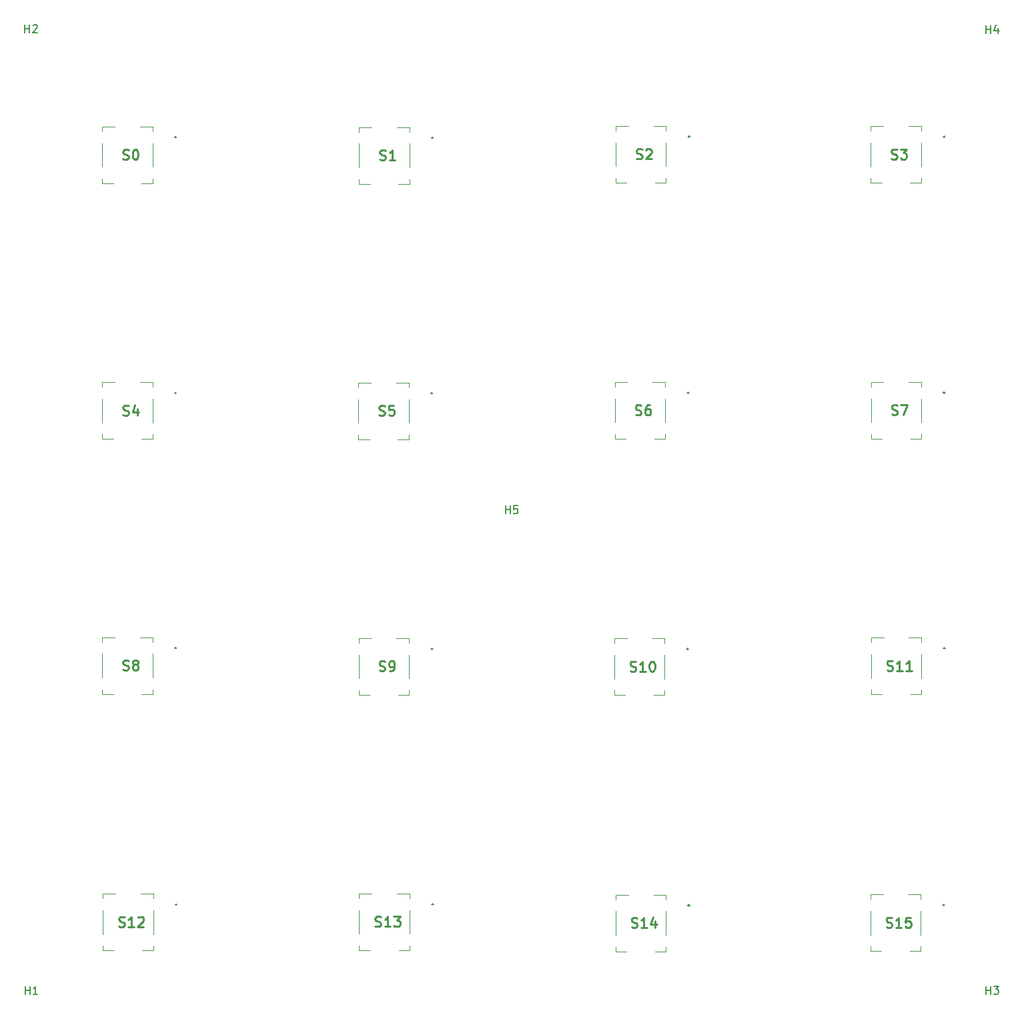
<source format=gto>
G04 #@! TF.GenerationSoftware,KiCad,Pcbnew,5.1.10*
G04 #@! TF.CreationDate,2021-05-13T00:12:51+02:00*
G04 #@! TF.ProjectId,btn-matrix,62746e2d-6d61-4747-9269-782e6b696361,rev?*
G04 #@! TF.SameCoordinates,Original*
G04 #@! TF.FileFunction,Legend,Top*
G04 #@! TF.FilePolarity,Positive*
%FSLAX46Y46*%
G04 Gerber Fmt 4.6, Leading zero omitted, Abs format (unit mm)*
G04 Created by KiCad (PCBNEW 5.1.10) date 2021-05-13 00:12:51*
%MOMM*%
%LPD*%
G01*
G04 APERTURE LIST*
%ADD10C,0.100000*%
%ADD11C,0.200000*%
%ADD12C,0.150000*%
%ADD13C,0.254000*%
%ADD14C,0.800000*%
%ADD15C,5.400000*%
%ADD16R,2.400000X1.000000*%
%ADD17R,0.800000X2.400000*%
G04 APERTURE END LIST*
D10*
X40441980Y-38781960D02*
X40441980Y-41781960D01*
X46841980Y-38781960D02*
X46841980Y-41781960D01*
X45241980Y-36681960D02*
X46841980Y-36681960D01*
X46841980Y-36681960D02*
X46841980Y-37281960D01*
X40441980Y-43281960D02*
X40441980Y-43881960D01*
X40441980Y-43881960D02*
X41841980Y-43881960D01*
X42041980Y-36681960D02*
X40441980Y-36681960D01*
X40441980Y-36681960D02*
X40441980Y-37281960D01*
X46841980Y-43481960D02*
X46841980Y-43881960D01*
X46841980Y-43881960D02*
X45441980Y-43881960D01*
X46841980Y-43481960D02*
X46841980Y-43281960D01*
D11*
X49641980Y-38031960D02*
X49641980Y-38031960D01*
X49841980Y-38031960D02*
X49841980Y-38031960D01*
X49841980Y-38031960D02*
G75*
G02*
X49641980Y-38031960I-100000J0D01*
G01*
X49641980Y-38031960D02*
G75*
G02*
X49841980Y-38031960I100000J0D01*
G01*
X49924780Y-135450780D02*
X49924780Y-135450780D01*
X49724780Y-135450780D02*
X49724780Y-135450780D01*
D10*
X46924780Y-140900780D02*
X46924780Y-140700780D01*
X46924780Y-141300780D02*
X45524780Y-141300780D01*
X46924780Y-140900780D02*
X46924780Y-141300780D01*
X40524780Y-134100780D02*
X40524780Y-134700780D01*
X42124780Y-134100780D02*
X40524780Y-134100780D01*
X40524780Y-141300780D02*
X41924780Y-141300780D01*
X40524780Y-140700780D02*
X40524780Y-141300780D01*
X46924780Y-134100780D02*
X46924780Y-134700780D01*
X45324780Y-134100780D02*
X46924780Y-134100780D01*
X46924780Y-136200780D02*
X46924780Y-139200780D01*
X40524780Y-136200780D02*
X40524780Y-139200780D01*
D11*
X49724780Y-135450780D02*
G75*
G02*
X49924780Y-135450780I100000J0D01*
G01*
X49924780Y-135450780D02*
G75*
G02*
X49724780Y-135450780I-100000J0D01*
G01*
X49855220Y-102868620D02*
X49855220Y-102868620D01*
X49655220Y-102868620D02*
X49655220Y-102868620D01*
D10*
X46855220Y-108318620D02*
X46855220Y-108118620D01*
X46855220Y-108718620D02*
X45455220Y-108718620D01*
X46855220Y-108318620D02*
X46855220Y-108718620D01*
X40455220Y-101518620D02*
X40455220Y-102118620D01*
X42055220Y-101518620D02*
X40455220Y-101518620D01*
X40455220Y-108718620D02*
X41855220Y-108718620D01*
X40455220Y-108118620D02*
X40455220Y-108718620D01*
X46855220Y-101518620D02*
X46855220Y-102118620D01*
X45255220Y-101518620D02*
X46855220Y-101518620D01*
X46855220Y-103618620D02*
X46855220Y-106618620D01*
X40455220Y-103618620D02*
X40455220Y-106618620D01*
D11*
X49655220Y-102868620D02*
G75*
G02*
X49855220Y-102868620I100000J0D01*
G01*
X49855220Y-102868620D02*
G75*
G02*
X49655220Y-102868620I-100000J0D01*
G01*
X49851980Y-70511960D02*
X49851980Y-70511960D01*
X49651980Y-70511960D02*
X49651980Y-70511960D01*
D10*
X46851980Y-75961960D02*
X46851980Y-75761960D01*
X46851980Y-76361960D02*
X45451980Y-76361960D01*
X46851980Y-75961960D02*
X46851980Y-76361960D01*
X40451980Y-69161960D02*
X40451980Y-69761960D01*
X42051980Y-69161960D02*
X40451980Y-69161960D01*
X40451980Y-76361960D02*
X41851980Y-76361960D01*
X40451980Y-75761960D02*
X40451980Y-76361960D01*
X46851980Y-69161960D02*
X46851980Y-69761960D01*
X45251980Y-69161960D02*
X46851980Y-69161960D01*
X46851980Y-71261960D02*
X46851980Y-74261960D01*
X40451980Y-71261960D02*
X40451980Y-74261960D01*
D11*
X49651980Y-70511960D02*
G75*
G02*
X49851980Y-70511960I100000J0D01*
G01*
X49851980Y-70511960D02*
G75*
G02*
X49651980Y-70511960I-100000J0D01*
G01*
D10*
X73064780Y-136160780D02*
X73064780Y-139160780D01*
X79464780Y-136160780D02*
X79464780Y-139160780D01*
X77864780Y-134060780D02*
X79464780Y-134060780D01*
X79464780Y-134060780D02*
X79464780Y-134660780D01*
X73064780Y-140660780D02*
X73064780Y-141260780D01*
X73064780Y-141260780D02*
X74464780Y-141260780D01*
X74664780Y-134060780D02*
X73064780Y-134060780D01*
X73064780Y-134060780D02*
X73064780Y-134660780D01*
X79464780Y-140860780D02*
X79464780Y-141260780D01*
X79464780Y-141260780D02*
X78064780Y-141260780D01*
X79464780Y-140860780D02*
X79464780Y-140660780D01*
D11*
X82264780Y-135410780D02*
X82264780Y-135410780D01*
X82464780Y-135410780D02*
X82464780Y-135410780D01*
X82464780Y-135410780D02*
G75*
G02*
X82264780Y-135410780I-100000J0D01*
G01*
X82264780Y-135410780D02*
G75*
G02*
X82464780Y-135410780I100000J0D01*
G01*
X82385220Y-102978620D02*
X82385220Y-102978620D01*
X82185220Y-102978620D02*
X82185220Y-102978620D01*
D10*
X79385220Y-108428620D02*
X79385220Y-108228620D01*
X79385220Y-108828620D02*
X77985220Y-108828620D01*
X79385220Y-108428620D02*
X79385220Y-108828620D01*
X72985220Y-101628620D02*
X72985220Y-102228620D01*
X74585220Y-101628620D02*
X72985220Y-101628620D01*
X72985220Y-108828620D02*
X74385220Y-108828620D01*
X72985220Y-108228620D02*
X72985220Y-108828620D01*
X79385220Y-101628620D02*
X79385220Y-102228620D01*
X77785220Y-101628620D02*
X79385220Y-101628620D01*
X79385220Y-103728620D02*
X79385220Y-106728620D01*
X72985220Y-103728620D02*
X72985220Y-106728620D01*
D11*
X82185220Y-102978620D02*
G75*
G02*
X82385220Y-102978620I100000J0D01*
G01*
X82385220Y-102978620D02*
G75*
G02*
X82185220Y-102978620I-100000J0D01*
G01*
D10*
X72951980Y-71286960D02*
X72951980Y-74286960D01*
X79351980Y-71286960D02*
X79351980Y-74286960D01*
X77751980Y-69186960D02*
X79351980Y-69186960D01*
X79351980Y-69186960D02*
X79351980Y-69786960D01*
X72951980Y-75786960D02*
X72951980Y-76386960D01*
X72951980Y-76386960D02*
X74351980Y-76386960D01*
X74551980Y-69186960D02*
X72951980Y-69186960D01*
X72951980Y-69186960D02*
X72951980Y-69786960D01*
X79351980Y-75986960D02*
X79351980Y-76386960D01*
X79351980Y-76386960D02*
X77951980Y-76386960D01*
X79351980Y-75986960D02*
X79351980Y-75786960D01*
D11*
X82151980Y-70536960D02*
X82151980Y-70536960D01*
X82351980Y-70536960D02*
X82351980Y-70536960D01*
X82351980Y-70536960D02*
G75*
G02*
X82151980Y-70536960I-100000J0D01*
G01*
X82151980Y-70536960D02*
G75*
G02*
X82351980Y-70536960I100000J0D01*
G01*
D10*
X73051980Y-38851960D02*
X73051980Y-41851960D01*
X79451980Y-38851960D02*
X79451980Y-41851960D01*
X77851980Y-36751960D02*
X79451980Y-36751960D01*
X79451980Y-36751960D02*
X79451980Y-37351960D01*
X73051980Y-43351960D02*
X73051980Y-43951960D01*
X73051980Y-43951960D02*
X74451980Y-43951960D01*
X74651980Y-36751960D02*
X73051980Y-36751960D01*
X73051980Y-36751960D02*
X73051980Y-37351960D01*
X79451980Y-43551960D02*
X79451980Y-43951960D01*
X79451980Y-43951960D02*
X78051980Y-43951960D01*
X79451980Y-43551960D02*
X79451980Y-43351960D01*
D11*
X82251980Y-38101960D02*
X82251980Y-38101960D01*
X82451980Y-38101960D02*
X82451980Y-38101960D01*
X82451980Y-38101960D02*
G75*
G02*
X82251980Y-38101960I-100000J0D01*
G01*
X82251980Y-38101960D02*
G75*
G02*
X82451980Y-38101960I100000J0D01*
G01*
X115004780Y-135550780D02*
X115004780Y-135550780D01*
X114804780Y-135550780D02*
X114804780Y-135550780D01*
D10*
X112004780Y-141000780D02*
X112004780Y-140800780D01*
X112004780Y-141400780D02*
X110604780Y-141400780D01*
X112004780Y-141000780D02*
X112004780Y-141400780D01*
X105604780Y-134200780D02*
X105604780Y-134800780D01*
X107204780Y-134200780D02*
X105604780Y-134200780D01*
X105604780Y-141400780D02*
X107004780Y-141400780D01*
X105604780Y-140800780D02*
X105604780Y-141400780D01*
X112004780Y-134200780D02*
X112004780Y-134800780D01*
X110404780Y-134200780D02*
X112004780Y-134200780D01*
X112004780Y-136300780D02*
X112004780Y-139300780D01*
X105604780Y-136300780D02*
X105604780Y-139300780D01*
D11*
X114804780Y-135550780D02*
G75*
G02*
X115004780Y-135550780I100000J0D01*
G01*
X115004780Y-135550780D02*
G75*
G02*
X114804780Y-135550780I-100000J0D01*
G01*
X114835220Y-103028620D02*
X114835220Y-103028620D01*
X114635220Y-103028620D02*
X114635220Y-103028620D01*
D10*
X111835220Y-108478620D02*
X111835220Y-108278620D01*
X111835220Y-108878620D02*
X110435220Y-108878620D01*
X111835220Y-108478620D02*
X111835220Y-108878620D01*
X105435220Y-101678620D02*
X105435220Y-102278620D01*
X107035220Y-101678620D02*
X105435220Y-101678620D01*
X105435220Y-108878620D02*
X106835220Y-108878620D01*
X105435220Y-108278620D02*
X105435220Y-108878620D01*
X111835220Y-101678620D02*
X111835220Y-102278620D01*
X110235220Y-101678620D02*
X111835220Y-101678620D01*
X111835220Y-103778620D02*
X111835220Y-106778620D01*
X105435220Y-103778620D02*
X105435220Y-106778620D01*
D11*
X114635220Y-103028620D02*
G75*
G02*
X114835220Y-103028620I100000J0D01*
G01*
X114835220Y-103028620D02*
G75*
G02*
X114635220Y-103028620I-100000J0D01*
G01*
X114894460Y-70481080D02*
X114894460Y-70481080D01*
X114694460Y-70481080D02*
X114694460Y-70481080D01*
D10*
X111894460Y-75931080D02*
X111894460Y-75731080D01*
X111894460Y-76331080D02*
X110494460Y-76331080D01*
X111894460Y-75931080D02*
X111894460Y-76331080D01*
X105494460Y-69131080D02*
X105494460Y-69731080D01*
X107094460Y-69131080D02*
X105494460Y-69131080D01*
X105494460Y-76331080D02*
X106894460Y-76331080D01*
X105494460Y-75731080D02*
X105494460Y-76331080D01*
X111894460Y-69131080D02*
X111894460Y-69731080D01*
X110294460Y-69131080D02*
X111894460Y-69131080D01*
X111894460Y-71231080D02*
X111894460Y-74231080D01*
X105494460Y-71231080D02*
X105494460Y-74231080D01*
D11*
X114694460Y-70481080D02*
G75*
G02*
X114894460Y-70481080I100000J0D01*
G01*
X114894460Y-70481080D02*
G75*
G02*
X114694460Y-70481080I-100000J0D01*
G01*
D10*
X105612240Y-38712260D02*
X105612240Y-41712260D01*
X112012240Y-38712260D02*
X112012240Y-41712260D01*
X110412240Y-36612260D02*
X112012240Y-36612260D01*
X112012240Y-36612260D02*
X112012240Y-37212260D01*
X105612240Y-43212260D02*
X105612240Y-43812260D01*
X105612240Y-43812260D02*
X107012240Y-43812260D01*
X107212240Y-36612260D02*
X105612240Y-36612260D01*
X105612240Y-36612260D02*
X105612240Y-37212260D01*
X112012240Y-43412260D02*
X112012240Y-43812260D01*
X112012240Y-43812260D02*
X110612240Y-43812260D01*
X112012240Y-43412260D02*
X112012240Y-43212260D01*
D11*
X114812240Y-37962260D02*
X114812240Y-37962260D01*
X115012240Y-37962260D02*
X115012240Y-37962260D01*
X115012240Y-37962260D02*
G75*
G02*
X114812240Y-37962260I-100000J0D01*
G01*
X114812240Y-37962260D02*
G75*
G02*
X115012240Y-37962260I100000J0D01*
G01*
X147329780Y-135525780D02*
X147329780Y-135525780D01*
X147129780Y-135525780D02*
X147129780Y-135525780D01*
D10*
X144329780Y-140975780D02*
X144329780Y-140775780D01*
X144329780Y-141375780D02*
X142929780Y-141375780D01*
X144329780Y-140975780D02*
X144329780Y-141375780D01*
X137929780Y-134175780D02*
X137929780Y-134775780D01*
X139529780Y-134175780D02*
X137929780Y-134175780D01*
X137929780Y-141375780D02*
X139329780Y-141375780D01*
X137929780Y-140775780D02*
X137929780Y-141375780D01*
X144329780Y-134175780D02*
X144329780Y-134775780D01*
X142729780Y-134175780D02*
X144329780Y-134175780D01*
X144329780Y-136275780D02*
X144329780Y-139275780D01*
X137929780Y-136275780D02*
X137929780Y-139275780D01*
D11*
X147129780Y-135525780D02*
G75*
G02*
X147329780Y-135525780I100000J0D01*
G01*
X147329780Y-135525780D02*
G75*
G02*
X147129780Y-135525780I-100000J0D01*
G01*
D10*
X138025220Y-103678620D02*
X138025220Y-106678620D01*
X144425220Y-103678620D02*
X144425220Y-106678620D01*
X142825220Y-101578620D02*
X144425220Y-101578620D01*
X144425220Y-101578620D02*
X144425220Y-102178620D01*
X138025220Y-108178620D02*
X138025220Y-108778620D01*
X138025220Y-108778620D02*
X139425220Y-108778620D01*
X139625220Y-101578620D02*
X138025220Y-101578620D01*
X138025220Y-101578620D02*
X138025220Y-102178620D01*
X144425220Y-108378620D02*
X144425220Y-108778620D01*
X144425220Y-108778620D02*
X143025220Y-108778620D01*
X144425220Y-108378620D02*
X144425220Y-108178620D01*
D11*
X147225220Y-102928620D02*
X147225220Y-102928620D01*
X147425220Y-102928620D02*
X147425220Y-102928620D01*
X147425220Y-102928620D02*
G75*
G02*
X147225220Y-102928620I-100000J0D01*
G01*
X147225220Y-102928620D02*
G75*
G02*
X147425220Y-102928620I100000J0D01*
G01*
D10*
X138011540Y-71205680D02*
X138011540Y-74205680D01*
X144411540Y-71205680D02*
X144411540Y-74205680D01*
X142811540Y-69105680D02*
X144411540Y-69105680D01*
X144411540Y-69105680D02*
X144411540Y-69705680D01*
X138011540Y-75705680D02*
X138011540Y-76305680D01*
X138011540Y-76305680D02*
X139411540Y-76305680D01*
X139611540Y-69105680D02*
X138011540Y-69105680D01*
X138011540Y-69105680D02*
X138011540Y-69705680D01*
X144411540Y-75905680D02*
X144411540Y-76305680D01*
X144411540Y-76305680D02*
X143011540Y-76305680D01*
X144411540Y-75905680D02*
X144411540Y-75705680D01*
D11*
X147211540Y-70455680D02*
X147211540Y-70455680D01*
X147411540Y-70455680D02*
X147411540Y-70455680D01*
X147411540Y-70455680D02*
G75*
G02*
X147211540Y-70455680I-100000J0D01*
G01*
X147211540Y-70455680D02*
G75*
G02*
X147411540Y-70455680I100000J0D01*
G01*
D10*
X137982000Y-38740200D02*
X137982000Y-41740200D01*
X144382000Y-38740200D02*
X144382000Y-41740200D01*
X142782000Y-36640200D02*
X144382000Y-36640200D01*
X144382000Y-36640200D02*
X144382000Y-37240200D01*
X137982000Y-43240200D02*
X137982000Y-43840200D01*
X137982000Y-43840200D02*
X139382000Y-43840200D01*
X139582000Y-36640200D02*
X137982000Y-36640200D01*
X137982000Y-36640200D02*
X137982000Y-37240200D01*
X144382000Y-43440200D02*
X144382000Y-43840200D01*
X144382000Y-43840200D02*
X142982000Y-43840200D01*
X144382000Y-43440200D02*
X144382000Y-43240200D01*
D11*
X147182000Y-37990200D02*
X147182000Y-37990200D01*
X147382000Y-37990200D02*
X147382000Y-37990200D01*
X147382000Y-37990200D02*
G75*
G02*
X147182000Y-37990200I-100000J0D01*
G01*
X147182000Y-37990200D02*
G75*
G02*
X147382000Y-37990200I100000J0D01*
G01*
D12*
X91642875Y-85828160D02*
X91642875Y-84828160D01*
X91642875Y-85304351D02*
X92214303Y-85304351D01*
X92214303Y-85828160D02*
X92214303Y-84828160D01*
X93166684Y-84828160D02*
X92690494Y-84828160D01*
X92642875Y-85304351D01*
X92690494Y-85256732D01*
X92785732Y-85209113D01*
X93023827Y-85209113D01*
X93119065Y-85256732D01*
X93166684Y-85304351D01*
X93214303Y-85399589D01*
X93214303Y-85637684D01*
X93166684Y-85732922D01*
X93119065Y-85780541D01*
X93023827Y-85828160D01*
X92785732Y-85828160D01*
X92690494Y-85780541D01*
X92642875Y-85732922D01*
X152642875Y-24828160D02*
X152642875Y-23828160D01*
X152642875Y-24304351D02*
X153214303Y-24304351D01*
X153214303Y-24828160D02*
X153214303Y-23828160D01*
X154119065Y-24161494D02*
X154119065Y-24828160D01*
X153880970Y-23780541D02*
X153642875Y-24494827D01*
X154261922Y-24494827D01*
X152642875Y-146828160D02*
X152642875Y-145828160D01*
X152642875Y-146304351D02*
X153214303Y-146304351D01*
X153214303Y-146828160D02*
X153214303Y-145828160D01*
X153595256Y-145828160D02*
X154214303Y-145828160D01*
X153880970Y-146209113D01*
X154023827Y-146209113D01*
X154119065Y-146256732D01*
X154166684Y-146304351D01*
X154214303Y-146399589D01*
X154214303Y-146637684D01*
X154166684Y-146732922D01*
X154119065Y-146780541D01*
X154023827Y-146828160D01*
X153738113Y-146828160D01*
X153642875Y-146780541D01*
X153595256Y-146732922D01*
X30642875Y-24752380D02*
X30642875Y-23752380D01*
X30642875Y-24228571D02*
X31214303Y-24228571D01*
X31214303Y-24752380D02*
X31214303Y-23752380D01*
X31642875Y-23847619D02*
X31690494Y-23800000D01*
X31785732Y-23752380D01*
X32023827Y-23752380D01*
X32119065Y-23800000D01*
X32166684Y-23847619D01*
X32214303Y-23942857D01*
X32214303Y-24038095D01*
X32166684Y-24180952D01*
X31595256Y-24752380D01*
X32214303Y-24752380D01*
X30669986Y-146828160D02*
X30669986Y-145828160D01*
X30669986Y-146304351D02*
X31241414Y-146304351D01*
X31241414Y-146828160D02*
X31241414Y-145828160D01*
X32241414Y-146828160D02*
X31669986Y-146828160D01*
X31955700Y-146828160D02*
X31955700Y-145828160D01*
X31860462Y-145971018D01*
X31765224Y-146066256D01*
X31669986Y-146113875D01*
D13*
X43074360Y-40796007D02*
X43255789Y-40856483D01*
X43558170Y-40856483D01*
X43679122Y-40796007D01*
X43739599Y-40735531D01*
X43800075Y-40614579D01*
X43800075Y-40493626D01*
X43739599Y-40372674D01*
X43679122Y-40312198D01*
X43558170Y-40251721D01*
X43316265Y-40191245D01*
X43195313Y-40130769D01*
X43134837Y-40070293D01*
X43074360Y-39949340D01*
X43074360Y-39828388D01*
X43134837Y-39707436D01*
X43195313Y-39646960D01*
X43316265Y-39586483D01*
X43618646Y-39586483D01*
X43800075Y-39646960D01*
X44586265Y-39586483D02*
X44707218Y-39586483D01*
X44828170Y-39646960D01*
X44888646Y-39707436D01*
X44949122Y-39828388D01*
X45009599Y-40070293D01*
X45009599Y-40372674D01*
X44949122Y-40614579D01*
X44888646Y-40735531D01*
X44828170Y-40796007D01*
X44707218Y-40856483D01*
X44586265Y-40856483D01*
X44465313Y-40796007D01*
X44404837Y-40735531D01*
X44344360Y-40614579D01*
X44283884Y-40372674D01*
X44283884Y-40070293D01*
X44344360Y-39828388D01*
X44404837Y-39707436D01*
X44465313Y-39646960D01*
X44586265Y-39586483D01*
X42552399Y-138214827D02*
X42733827Y-138275303D01*
X43036208Y-138275303D01*
X43157160Y-138214827D01*
X43217637Y-138154351D01*
X43278113Y-138033399D01*
X43278113Y-137912446D01*
X43217637Y-137791494D01*
X43157160Y-137731018D01*
X43036208Y-137670541D01*
X42794303Y-137610065D01*
X42673351Y-137549589D01*
X42612875Y-137489113D01*
X42552399Y-137368160D01*
X42552399Y-137247208D01*
X42612875Y-137126256D01*
X42673351Y-137065780D01*
X42794303Y-137005303D01*
X43096684Y-137005303D01*
X43278113Y-137065780D01*
X44487637Y-138275303D02*
X43761922Y-138275303D01*
X44124780Y-138275303D02*
X44124780Y-137005303D01*
X44003827Y-137186732D01*
X43882875Y-137307684D01*
X43761922Y-137368160D01*
X44971446Y-137126256D02*
X45031922Y-137065780D01*
X45152875Y-137005303D01*
X45455256Y-137005303D01*
X45576208Y-137065780D01*
X45636684Y-137126256D01*
X45697160Y-137247208D01*
X45697160Y-137368160D01*
X45636684Y-137549589D01*
X44910970Y-138275303D01*
X45697160Y-138275303D01*
X43087600Y-105632667D02*
X43269029Y-105693143D01*
X43571410Y-105693143D01*
X43692362Y-105632667D01*
X43752839Y-105572191D01*
X43813315Y-105451239D01*
X43813315Y-105330286D01*
X43752839Y-105209334D01*
X43692362Y-105148858D01*
X43571410Y-105088381D01*
X43329505Y-105027905D01*
X43208553Y-104967429D01*
X43148077Y-104906953D01*
X43087600Y-104786000D01*
X43087600Y-104665048D01*
X43148077Y-104544096D01*
X43208553Y-104483620D01*
X43329505Y-104423143D01*
X43631886Y-104423143D01*
X43813315Y-104483620D01*
X44539029Y-104967429D02*
X44418077Y-104906953D01*
X44357600Y-104846477D01*
X44297124Y-104725524D01*
X44297124Y-104665048D01*
X44357600Y-104544096D01*
X44418077Y-104483620D01*
X44539029Y-104423143D01*
X44780934Y-104423143D01*
X44901886Y-104483620D01*
X44962362Y-104544096D01*
X45022839Y-104665048D01*
X45022839Y-104725524D01*
X44962362Y-104846477D01*
X44901886Y-104906953D01*
X44780934Y-104967429D01*
X44539029Y-104967429D01*
X44418077Y-105027905D01*
X44357600Y-105088381D01*
X44297124Y-105209334D01*
X44297124Y-105451239D01*
X44357600Y-105572191D01*
X44418077Y-105632667D01*
X44539029Y-105693143D01*
X44780934Y-105693143D01*
X44901886Y-105632667D01*
X44962362Y-105572191D01*
X45022839Y-105451239D01*
X45022839Y-105209334D01*
X44962362Y-105088381D01*
X44901886Y-105027905D01*
X44780934Y-104967429D01*
X43084360Y-73276007D02*
X43265789Y-73336483D01*
X43568170Y-73336483D01*
X43689122Y-73276007D01*
X43749599Y-73215531D01*
X43810075Y-73094579D01*
X43810075Y-72973626D01*
X43749599Y-72852674D01*
X43689122Y-72792198D01*
X43568170Y-72731721D01*
X43326265Y-72671245D01*
X43205313Y-72610769D01*
X43144837Y-72550293D01*
X43084360Y-72429340D01*
X43084360Y-72308388D01*
X43144837Y-72187436D01*
X43205313Y-72126960D01*
X43326265Y-72066483D01*
X43628646Y-72066483D01*
X43810075Y-72126960D01*
X44898646Y-72489817D02*
X44898646Y-73336483D01*
X44596265Y-72006007D02*
X44293884Y-72913150D01*
X45080075Y-72913150D01*
X75092399Y-138174827D02*
X75273827Y-138235303D01*
X75576208Y-138235303D01*
X75697160Y-138174827D01*
X75757637Y-138114351D01*
X75818113Y-137993399D01*
X75818113Y-137872446D01*
X75757637Y-137751494D01*
X75697160Y-137691018D01*
X75576208Y-137630541D01*
X75334303Y-137570065D01*
X75213351Y-137509589D01*
X75152875Y-137449113D01*
X75092399Y-137328160D01*
X75092399Y-137207208D01*
X75152875Y-137086256D01*
X75213351Y-137025780D01*
X75334303Y-136965303D01*
X75636684Y-136965303D01*
X75818113Y-137025780D01*
X77027637Y-138235303D02*
X76301922Y-138235303D01*
X76664780Y-138235303D02*
X76664780Y-136965303D01*
X76543827Y-137146732D01*
X76422875Y-137267684D01*
X76301922Y-137328160D01*
X77450970Y-136965303D02*
X78237160Y-136965303D01*
X77813827Y-137449113D01*
X77995256Y-137449113D01*
X78116208Y-137509589D01*
X78176684Y-137570065D01*
X78237160Y-137691018D01*
X78237160Y-137993399D01*
X78176684Y-138114351D01*
X78116208Y-138174827D01*
X77995256Y-138235303D01*
X77632399Y-138235303D01*
X77511446Y-138174827D01*
X77450970Y-138114351D01*
X75617600Y-105742667D02*
X75799029Y-105803143D01*
X76101410Y-105803143D01*
X76222362Y-105742667D01*
X76282839Y-105682191D01*
X76343315Y-105561239D01*
X76343315Y-105440286D01*
X76282839Y-105319334D01*
X76222362Y-105258858D01*
X76101410Y-105198381D01*
X75859505Y-105137905D01*
X75738553Y-105077429D01*
X75678077Y-105016953D01*
X75617600Y-104896000D01*
X75617600Y-104775048D01*
X75678077Y-104654096D01*
X75738553Y-104593620D01*
X75859505Y-104533143D01*
X76161886Y-104533143D01*
X76343315Y-104593620D01*
X76948077Y-105803143D02*
X77189981Y-105803143D01*
X77310934Y-105742667D01*
X77371410Y-105682191D01*
X77492362Y-105500762D01*
X77552839Y-105258858D01*
X77552839Y-104775048D01*
X77492362Y-104654096D01*
X77431886Y-104593620D01*
X77310934Y-104533143D01*
X77069029Y-104533143D01*
X76948077Y-104593620D01*
X76887600Y-104654096D01*
X76827124Y-104775048D01*
X76827124Y-105077429D01*
X76887600Y-105198381D01*
X76948077Y-105258858D01*
X77069029Y-105319334D01*
X77310934Y-105319334D01*
X77431886Y-105258858D01*
X77492362Y-105198381D01*
X77552839Y-105077429D01*
X75584360Y-73301007D02*
X75765789Y-73361483D01*
X76068170Y-73361483D01*
X76189122Y-73301007D01*
X76249599Y-73240531D01*
X76310075Y-73119579D01*
X76310075Y-72998626D01*
X76249599Y-72877674D01*
X76189122Y-72817198D01*
X76068170Y-72756721D01*
X75826265Y-72696245D01*
X75705313Y-72635769D01*
X75644837Y-72575293D01*
X75584360Y-72454340D01*
X75584360Y-72333388D01*
X75644837Y-72212436D01*
X75705313Y-72151960D01*
X75826265Y-72091483D01*
X76128646Y-72091483D01*
X76310075Y-72151960D01*
X77459122Y-72091483D02*
X76854360Y-72091483D01*
X76793884Y-72696245D01*
X76854360Y-72635769D01*
X76975313Y-72575293D01*
X77277694Y-72575293D01*
X77398646Y-72635769D01*
X77459122Y-72696245D01*
X77519599Y-72817198D01*
X77519599Y-73119579D01*
X77459122Y-73240531D01*
X77398646Y-73301007D01*
X77277694Y-73361483D01*
X76975313Y-73361483D01*
X76854360Y-73301007D01*
X76793884Y-73240531D01*
X75684360Y-40866007D02*
X75865789Y-40926483D01*
X76168170Y-40926483D01*
X76289122Y-40866007D01*
X76349599Y-40805531D01*
X76410075Y-40684579D01*
X76410075Y-40563626D01*
X76349599Y-40442674D01*
X76289122Y-40382198D01*
X76168170Y-40321721D01*
X75926265Y-40261245D01*
X75805313Y-40200769D01*
X75744837Y-40140293D01*
X75684360Y-40019340D01*
X75684360Y-39898388D01*
X75744837Y-39777436D01*
X75805313Y-39716960D01*
X75926265Y-39656483D01*
X76228646Y-39656483D01*
X76410075Y-39716960D01*
X77619599Y-40926483D02*
X76893884Y-40926483D01*
X77256741Y-40926483D02*
X77256741Y-39656483D01*
X77135789Y-39837912D01*
X77014837Y-39958864D01*
X76893884Y-40019340D01*
X107632399Y-138314827D02*
X107813827Y-138375303D01*
X108116208Y-138375303D01*
X108237160Y-138314827D01*
X108297637Y-138254351D01*
X108358113Y-138133399D01*
X108358113Y-138012446D01*
X108297637Y-137891494D01*
X108237160Y-137831018D01*
X108116208Y-137770541D01*
X107874303Y-137710065D01*
X107753351Y-137649589D01*
X107692875Y-137589113D01*
X107632399Y-137468160D01*
X107632399Y-137347208D01*
X107692875Y-137226256D01*
X107753351Y-137165780D01*
X107874303Y-137105303D01*
X108176684Y-137105303D01*
X108358113Y-137165780D01*
X109567637Y-138375303D02*
X108841922Y-138375303D01*
X109204780Y-138375303D02*
X109204780Y-137105303D01*
X109083827Y-137286732D01*
X108962875Y-137407684D01*
X108841922Y-137468160D01*
X110656208Y-137528637D02*
X110656208Y-138375303D01*
X110353827Y-137044827D02*
X110051446Y-137951970D01*
X110837637Y-137951970D01*
X107462839Y-105792667D02*
X107644267Y-105853143D01*
X107946648Y-105853143D01*
X108067600Y-105792667D01*
X108128077Y-105732191D01*
X108188553Y-105611239D01*
X108188553Y-105490286D01*
X108128077Y-105369334D01*
X108067600Y-105308858D01*
X107946648Y-105248381D01*
X107704743Y-105187905D01*
X107583791Y-105127429D01*
X107523315Y-105066953D01*
X107462839Y-104946000D01*
X107462839Y-104825048D01*
X107523315Y-104704096D01*
X107583791Y-104643620D01*
X107704743Y-104583143D01*
X108007124Y-104583143D01*
X108188553Y-104643620D01*
X109398077Y-105853143D02*
X108672362Y-105853143D01*
X109035220Y-105853143D02*
X109035220Y-104583143D01*
X108914267Y-104764572D01*
X108793315Y-104885524D01*
X108672362Y-104946000D01*
X110184267Y-104583143D02*
X110305220Y-104583143D01*
X110426172Y-104643620D01*
X110486648Y-104704096D01*
X110547124Y-104825048D01*
X110607600Y-105066953D01*
X110607600Y-105369334D01*
X110547124Y-105611239D01*
X110486648Y-105732191D01*
X110426172Y-105792667D01*
X110305220Y-105853143D01*
X110184267Y-105853143D01*
X110063315Y-105792667D01*
X110002839Y-105732191D01*
X109942362Y-105611239D01*
X109881886Y-105369334D01*
X109881886Y-105066953D01*
X109942362Y-104825048D01*
X110002839Y-104704096D01*
X110063315Y-104643620D01*
X110184267Y-104583143D01*
X108126840Y-73245127D02*
X108308269Y-73305603D01*
X108610650Y-73305603D01*
X108731602Y-73245127D01*
X108792079Y-73184651D01*
X108852555Y-73063699D01*
X108852555Y-72942746D01*
X108792079Y-72821794D01*
X108731602Y-72761318D01*
X108610650Y-72700841D01*
X108368745Y-72640365D01*
X108247793Y-72579889D01*
X108187317Y-72519413D01*
X108126840Y-72398460D01*
X108126840Y-72277508D01*
X108187317Y-72156556D01*
X108247793Y-72096080D01*
X108368745Y-72035603D01*
X108671126Y-72035603D01*
X108852555Y-72096080D01*
X109941126Y-72035603D02*
X109699221Y-72035603D01*
X109578269Y-72096080D01*
X109517793Y-72156556D01*
X109396840Y-72337984D01*
X109336364Y-72579889D01*
X109336364Y-73063699D01*
X109396840Y-73184651D01*
X109457317Y-73245127D01*
X109578269Y-73305603D01*
X109820174Y-73305603D01*
X109941126Y-73245127D01*
X110001602Y-73184651D01*
X110062079Y-73063699D01*
X110062079Y-72761318D01*
X110001602Y-72640365D01*
X109941126Y-72579889D01*
X109820174Y-72519413D01*
X109578269Y-72519413D01*
X109457317Y-72579889D01*
X109396840Y-72640365D01*
X109336364Y-72761318D01*
X108244620Y-40726307D02*
X108426049Y-40786783D01*
X108728430Y-40786783D01*
X108849382Y-40726307D01*
X108909859Y-40665831D01*
X108970335Y-40544879D01*
X108970335Y-40423926D01*
X108909859Y-40302974D01*
X108849382Y-40242498D01*
X108728430Y-40182021D01*
X108486525Y-40121545D01*
X108365573Y-40061069D01*
X108305097Y-40000593D01*
X108244620Y-39879640D01*
X108244620Y-39758688D01*
X108305097Y-39637736D01*
X108365573Y-39577260D01*
X108486525Y-39516783D01*
X108788906Y-39516783D01*
X108970335Y-39577260D01*
X109454144Y-39637736D02*
X109514620Y-39577260D01*
X109635573Y-39516783D01*
X109937954Y-39516783D01*
X110058906Y-39577260D01*
X110119382Y-39637736D01*
X110179859Y-39758688D01*
X110179859Y-39879640D01*
X110119382Y-40061069D01*
X109393668Y-40786783D01*
X110179859Y-40786783D01*
X139957399Y-138289827D02*
X140138827Y-138350303D01*
X140441208Y-138350303D01*
X140562160Y-138289827D01*
X140622637Y-138229351D01*
X140683113Y-138108399D01*
X140683113Y-137987446D01*
X140622637Y-137866494D01*
X140562160Y-137806018D01*
X140441208Y-137745541D01*
X140199303Y-137685065D01*
X140078351Y-137624589D01*
X140017875Y-137564113D01*
X139957399Y-137443160D01*
X139957399Y-137322208D01*
X140017875Y-137201256D01*
X140078351Y-137140780D01*
X140199303Y-137080303D01*
X140501684Y-137080303D01*
X140683113Y-137140780D01*
X141892637Y-138350303D02*
X141166922Y-138350303D01*
X141529780Y-138350303D02*
X141529780Y-137080303D01*
X141408827Y-137261732D01*
X141287875Y-137382684D01*
X141166922Y-137443160D01*
X143041684Y-137080303D02*
X142436922Y-137080303D01*
X142376446Y-137685065D01*
X142436922Y-137624589D01*
X142557875Y-137564113D01*
X142860256Y-137564113D01*
X142981208Y-137624589D01*
X143041684Y-137685065D01*
X143102160Y-137806018D01*
X143102160Y-138108399D01*
X143041684Y-138229351D01*
X142981208Y-138289827D01*
X142860256Y-138350303D01*
X142557875Y-138350303D01*
X142436922Y-138289827D01*
X142376446Y-138229351D01*
X140052839Y-105692667D02*
X140234267Y-105753143D01*
X140536648Y-105753143D01*
X140657600Y-105692667D01*
X140718077Y-105632191D01*
X140778553Y-105511239D01*
X140778553Y-105390286D01*
X140718077Y-105269334D01*
X140657600Y-105208858D01*
X140536648Y-105148381D01*
X140294743Y-105087905D01*
X140173791Y-105027429D01*
X140113315Y-104966953D01*
X140052839Y-104846000D01*
X140052839Y-104725048D01*
X140113315Y-104604096D01*
X140173791Y-104543620D01*
X140294743Y-104483143D01*
X140597124Y-104483143D01*
X140778553Y-104543620D01*
X141988077Y-105753143D02*
X141262362Y-105753143D01*
X141625220Y-105753143D02*
X141625220Y-104483143D01*
X141504267Y-104664572D01*
X141383315Y-104785524D01*
X141262362Y-104846000D01*
X143197600Y-105753143D02*
X142471886Y-105753143D01*
X142834743Y-105753143D02*
X142834743Y-104483143D01*
X142713791Y-104664572D01*
X142592839Y-104785524D01*
X142471886Y-104846000D01*
X140643920Y-73219727D02*
X140825349Y-73280203D01*
X141127730Y-73280203D01*
X141248682Y-73219727D01*
X141309159Y-73159251D01*
X141369635Y-73038299D01*
X141369635Y-72917346D01*
X141309159Y-72796394D01*
X141248682Y-72735918D01*
X141127730Y-72675441D01*
X140885825Y-72614965D01*
X140764873Y-72554489D01*
X140704397Y-72494013D01*
X140643920Y-72373060D01*
X140643920Y-72252108D01*
X140704397Y-72131156D01*
X140764873Y-72070680D01*
X140885825Y-72010203D01*
X141188206Y-72010203D01*
X141369635Y-72070680D01*
X141792968Y-72010203D02*
X142639635Y-72010203D01*
X142095349Y-73280203D01*
X140614380Y-40754247D02*
X140795809Y-40814723D01*
X141098190Y-40814723D01*
X141219142Y-40754247D01*
X141279619Y-40693771D01*
X141340095Y-40572819D01*
X141340095Y-40451866D01*
X141279619Y-40330914D01*
X141219142Y-40270438D01*
X141098190Y-40209961D01*
X140856285Y-40149485D01*
X140735333Y-40089009D01*
X140674857Y-40028533D01*
X140614380Y-39907580D01*
X140614380Y-39786628D01*
X140674857Y-39665676D01*
X140735333Y-39605200D01*
X140856285Y-39544723D01*
X141158666Y-39544723D01*
X141340095Y-39605200D01*
X141763428Y-39544723D02*
X142549619Y-39544723D01*
X142126285Y-40028533D01*
X142307714Y-40028533D01*
X142428666Y-40089009D01*
X142489142Y-40149485D01*
X142549619Y-40270438D01*
X142549619Y-40572819D01*
X142489142Y-40693771D01*
X142428666Y-40754247D01*
X142307714Y-40814723D01*
X141944857Y-40814723D01*
X141823904Y-40754247D01*
X141763428Y-40693771D01*
%LPC*%
D14*
X93836671Y-87643889D03*
X92404780Y-87050780D03*
X90972889Y-87643889D03*
X90379780Y-89075780D03*
X90972889Y-90507671D03*
X92404780Y-91100780D03*
X93836671Y-90507671D03*
X94429780Y-89075780D03*
D15*
X92404780Y-89075780D03*
D14*
X154836671Y-26643889D03*
X153404780Y-26050780D03*
X151972889Y-26643889D03*
X151379780Y-28075780D03*
X151972889Y-29507671D03*
X153404780Y-30100780D03*
X154836671Y-29507671D03*
X155429780Y-28075780D03*
D15*
X153404780Y-28075780D03*
D14*
X154836671Y-148643889D03*
X153404780Y-148050780D03*
X151972889Y-148643889D03*
X151379780Y-150075780D03*
X151972889Y-151507671D03*
X153404780Y-152100780D03*
X154836671Y-151507671D03*
X155429780Y-150075780D03*
D15*
X153404780Y-150075780D03*
D14*
X32836671Y-26568109D03*
X31404780Y-25975000D03*
X29972889Y-26568109D03*
X29379780Y-28000000D03*
X29972889Y-29431891D03*
X31404780Y-30025000D03*
X32836671Y-29431891D03*
X33429780Y-28000000D03*
D15*
X31404780Y-28000000D03*
D14*
X32863782Y-148643889D03*
X31431891Y-148050780D03*
X30000000Y-148643889D03*
X29406891Y-150075780D03*
X30000000Y-151507671D03*
X31431891Y-152100780D03*
X32863782Y-151507671D03*
X33456891Y-150075780D03*
D15*
X31431891Y-150075780D03*
D16*
X47841980Y-38031960D03*
X39441980Y-38031960D03*
X47841980Y-42531960D03*
X39441980Y-42531960D03*
D17*
X44591980Y-36081960D03*
X44591980Y-44481960D03*
X42691980Y-36081960D03*
X42691980Y-44481960D03*
X42774780Y-141900780D03*
X42774780Y-133500780D03*
X44674780Y-141900780D03*
X44674780Y-133500780D03*
D16*
X39524780Y-139950780D03*
X47924780Y-139950780D03*
X39524780Y-135450780D03*
X47924780Y-135450780D03*
D17*
X42705220Y-109318620D03*
X42705220Y-100918620D03*
X44605220Y-109318620D03*
X44605220Y-100918620D03*
D16*
X39455220Y-107368620D03*
X47855220Y-107368620D03*
X39455220Y-102868620D03*
X47855220Y-102868620D03*
D17*
X42701980Y-76961960D03*
X42701980Y-68561960D03*
X44601980Y-76961960D03*
X44601980Y-68561960D03*
D16*
X39451980Y-75011960D03*
X47851980Y-75011960D03*
X39451980Y-70511960D03*
X47851980Y-70511960D03*
X80464780Y-135410780D03*
X72064780Y-135410780D03*
X80464780Y-139910780D03*
X72064780Y-139910780D03*
D17*
X77214780Y-133460780D03*
X77214780Y-141860780D03*
X75314780Y-133460780D03*
X75314780Y-141860780D03*
X75235220Y-109428620D03*
X75235220Y-101028620D03*
X77135220Y-109428620D03*
X77135220Y-101028620D03*
D16*
X71985220Y-107478620D03*
X80385220Y-107478620D03*
X71985220Y-102978620D03*
X80385220Y-102978620D03*
X80351980Y-70536960D03*
X71951980Y-70536960D03*
X80351980Y-75036960D03*
X71951980Y-75036960D03*
D17*
X77101980Y-68586960D03*
X77101980Y-76986960D03*
X75201980Y-68586960D03*
X75201980Y-76986960D03*
D16*
X80451980Y-38101960D03*
X72051980Y-38101960D03*
X80451980Y-42601960D03*
X72051980Y-42601960D03*
D17*
X77201980Y-36151960D03*
X77201980Y-44551960D03*
X75301980Y-36151960D03*
X75301980Y-44551960D03*
X107854780Y-142000780D03*
X107854780Y-133600780D03*
X109754780Y-142000780D03*
X109754780Y-133600780D03*
D16*
X104604780Y-140050780D03*
X113004780Y-140050780D03*
X104604780Y-135550780D03*
X113004780Y-135550780D03*
D17*
X107685220Y-109478620D03*
X107685220Y-101078620D03*
X109585220Y-109478620D03*
X109585220Y-101078620D03*
D16*
X104435220Y-107528620D03*
X112835220Y-107528620D03*
X104435220Y-103028620D03*
X112835220Y-103028620D03*
D17*
X107744460Y-76931080D03*
X107744460Y-68531080D03*
X109644460Y-76931080D03*
X109644460Y-68531080D03*
D16*
X104494460Y-74981080D03*
X112894460Y-74981080D03*
X104494460Y-70481080D03*
X112894460Y-70481080D03*
X113012240Y-37962260D03*
X104612240Y-37962260D03*
X113012240Y-42462260D03*
X104612240Y-42462260D03*
D17*
X109762240Y-36012260D03*
X109762240Y-44412260D03*
X107862240Y-36012260D03*
X107862240Y-44412260D03*
X140179780Y-141975780D03*
X140179780Y-133575780D03*
X142079780Y-141975780D03*
X142079780Y-133575780D03*
D16*
X136929780Y-140025780D03*
X145329780Y-140025780D03*
X136929780Y-135525780D03*
X145329780Y-135525780D03*
X145425220Y-102928620D03*
X137025220Y-102928620D03*
X145425220Y-107428620D03*
X137025220Y-107428620D03*
D17*
X142175220Y-100978620D03*
X142175220Y-109378620D03*
X140275220Y-100978620D03*
X140275220Y-109378620D03*
D16*
X145411540Y-70455680D03*
X137011540Y-70455680D03*
X145411540Y-74955680D03*
X137011540Y-74955680D03*
D17*
X142161540Y-68505680D03*
X142161540Y-76905680D03*
X140261540Y-68505680D03*
X140261540Y-76905680D03*
D16*
X145382000Y-37990200D03*
X136982000Y-37990200D03*
X145382000Y-42490200D03*
X136982000Y-42490200D03*
D17*
X142132000Y-36040200D03*
X142132000Y-44440200D03*
X140232000Y-36040200D03*
X140232000Y-44440200D03*
M02*

</source>
